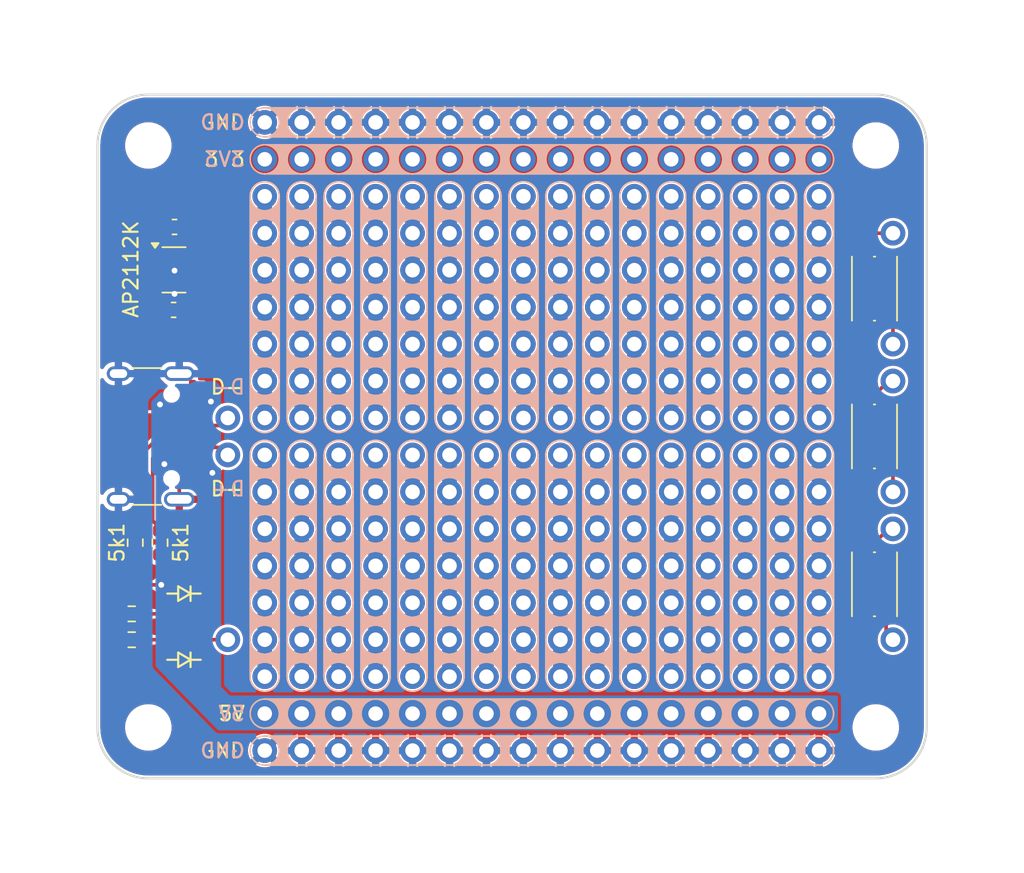
<source format=kicad_pcb>
(kicad_pcb (version 20240108) (generator "pcbnew") (generator_version "8.0")
  (layers (0 "F.Cu" signal) (31 "B.Cu" signal) (34 "B.Paste" user) (35 "F.Paste" user) (36 "B.SilkS" user "B.Silkscreen") (37 "F.SilkS" user "F.Silkscreen") (38 "B.Mask" user) (39 "F.Mask" user) (44 "Edge.Cuts" user))
  (net 0 "")
  (net 1 "GND")
  (net 2 "VCC")
  (net 3 "D+")
  (net 5 "D-")
  (net 6 "Net-(J1-CC2)")
  (net 7 "Net-(J1-CC1)")
  (net 9 "Net-(J6-Pin_1)")
  (net 10 "Net-(J7-Pin_1)")
  (net 11 "3V3")
  (net 12 "Net-(J8-Pin_1)")
  (net 13 "Net-(J9-Pin_1)")
  (net 14 "Net-(J10-Pin_1)")
  (net 15 "Net-(J11-Pin_1)")
  (net 16 "Net-(J12-Pin_1)")
  (net 17 "Net-(J13-Pin_1)")
  (net 18 "Net-(J14-Pin_1)")
  (net 19 "Net-(J15-Pin_1)")
  (net 20 "Net-(J16-Pin_1)")
  (net 21 "Net-(J17-Pin_1)")
  (net 22 "Net-(J18-Pin_1)")
  (net 23 "Net-(J19-Pin_1)")
  (net 24 "Net-(J20-Pin_1)")
  (net 25 "Net-(J21-Pin_1)")
  (net 26 "Net-(J22-Pin_1)")
  (net 27 "Net-(J23-Pin_1)")
  (net 28 "Net-(J24-Pin_1)")
  (net 29 "Net-(J25-Pin_1)")
  (net 30 "Net-(J26-Pin_1)")
  (net 31 "Net-(J27-Pin_1)")
  (net 32 "Net-(J28-Pin_1)")
  (net 33 "Net-(J29-Pin_1)")
  (net 34 "Net-(J30-Pin_1)")
  (net 35 "Net-(J31-Pin_1)")
  (net 36 "Net-(J32-Pin_1)")
  (net 37 "Net-(J33-Pin_1)")
  (net 38 "Net-(J34-Pin_1)")
  (net 39 "Net-(J35-Pin_1)")
  (net 40 "Net-(J36-Pin_1)")
  (net 41 "Net-(J37-Pin_1)")
  (net 43 "Net-(D1-K)")
  (net 44 "Net-(D1-A)")
  (net 45 "Net-(D2-A)")
  (net 46 "sw1_b")
  (net 47 "sw1_a")
  (net 48 "sw2_a")
  (net 49 "sw2_b")
  (net 50 "sw3_a")
  (net 51 "sw3_b")
  (footprint "MountingHole:MountingHole_2.7mm_M2.5" (layer "F.Cu") (at -8 20)
    (property "Reference" "REF**" (hide yes))
    (property "Value" "MountingHole_2.7mm_M2.5")
  )
  (footprint "MountingHole:MountingHole_2.7mm_M2.5" (layer "F.Cu") (at -8 -20)
    (property "Reference" "REF**" (hide yes))
    (property "Value" "MountingHole_2.7mm_M2.5")
  )
  (footprint "Library:PinHeader_1x07_P2.54mm_Vertical" (layer "F.Cu") (at 7.62 -16.51)
    (property "Reference" "J9" (hide yes))
    (property "Value" "Conn_01x07_Pin" (hide yes))
  )
  (footprint "MountingHole:MountingHole_2.7mm_M2.5" (layer "F.Cu") (at 42 20)
    (property "Reference" "REF**" (hide yes))
    (property "Value" "MountingHole_2.7mm_M2.5")
  )
  (footprint "Connector_USB:USB_C_Receptacle_HRO_TYPE-C-31-M-12" (layer "F.Cu") (at -9.005 0 -90)
    (property "Reference" "J1" (hide yes))
    (property "Value" "USB_C_Receptacle_USB2.0")
  )
  (footprint "Library:PinHeader_1x07_P2.54mm_Vertical" (layer "F.Cu") (at 33.02 -16.51)
    (property "Reference" "J19" (hide yes))
    (property "Value" "Conn_01x07_Pin" (hide yes))
  )
  (footprint "Library:PinHeader_1x07_P2.54mm_Vertical" (layer "F.Cu") (at 7.62 1.27)
    (property "Reference" "J25" (hide yes))
    (property "Value" "Conn_01x07_Pin" (hide yes))
  )
  (footprint "Library:PinHeader_1x07_P2.54mm_Vertical" (layer "F.Cu") (at 22.86 -16.51)
    (property "Reference" "J15" (hide yes))
    (property "Value" "Conn_01x07_Pin" (hide yes))
  )
  (footprint "Library:PinHeader_1x16_P2.54mm_Vertical" (layer "F.Cu") (at 0 -21.59 90)
    (property "Reference" "J4" (hide yes))
    (property "Value" "Conn_01x16_Pin")
  )
  (footprint "Library:PinHeader_1x07_P2.54mm_Vertical" (layer "F.Cu") (at 12.7 -16.51)
    (property "Reference" "J11" (hide yes))
    (property "Value" "Conn_01x07_Pin" (hide yes))
  )
  (footprint "Library:LED_0603_1608Metric_Pad1.05x0.95mm_HandSolder" (layer "F.Cu") (at -5.588 13.97 180)
    (property "Reference" "D1" (hide yes))
    (property "Value" "LED")
  )
  (footprint "Library:PinHeader_1x07_P2.54mm_Vertical" (layer "F.Cu") (at 35.56 1.27)
    (property "Reference" "J36" (hide yes))
    (property "Value" "Conn_01x07_Pin" (hide yes))
  )
  (footprint "Capacitor_SMD:C_0603_1608Metric" (layer "F.Cu") (at -6.2 -14.4 180)
    (property "Reference" "C2" (hide yes))
    (property "Value" "1uF")
  )
  (footprint "Library:PinHeader_1x07_P2.54mm_Vertical" (layer "F.Cu") (at 12.7 1.27)
    (property "Reference" "J27" (hide yes))
    (property "Value" "Conn_01x07_Pin" (hide yes))
  )
  (footprint "Library:PinHeader_1x16_P2.54mm_Vertical" (layer "F.Cu") (at 0 -19.05 90)
    (property "Reference" "J5" (hide yes))
    (property "Value" "Conn_01x16_Pin")
  )
  (footprint "Library:PinSocket_1x01_P2.54mm_Vertical" (layer "F.Cu") (at 43.18 13.97)
    (property "Reference" "J45" (hide yes))
    (property "Value" "Conn_01x01_Pin")
  )
  (footprint "Capacitor_SMD:C_0603_1608Metric" (layer "F.Cu") (at -6.2625 -8.7)
    (property "Reference" "C1" (hide yes))
    (property "Value" "1uF")
  )
  (footprint "Library:PinHeader_1x07_P2.54mm_Vertical" (layer "F.Cu") (at 2.54 1.27)
    (property "Reference" "J23" (hide yes))
    (property "Value" "Conn_01x07_Pin" (hide yes))
  )
  (footprint "Library:PinHeader_1x07_P2.54mm_Vertical" (layer "F.Cu") (at 35.56 -16.51)
    (property "Reference" "J20" (hide yes))
    (property "Value" "Conn_01x07_Pin" (hide yes))
  )
  (footprint "Library:PinHeader_1x07_P2.54mm_Vertical" (layer "F.Cu") (at 38.1 1.27)
    (property "Reference" "J37" (hide yes))
    (property "Value" "Conn_01x07_Pin" (hide yes))
  )
  (footprint "Library:PinHeader_1x07_P2.54mm_Vertical" (layer "F.Cu") (at 0 1.27)
    (property "Reference" "J22" (hide yes))
    (property "Value" "Conn_01x07_Pin" (hide yes))
  )
  (footprint "Library:PinSocket_1x01_P2.54mm_Vertical" (layer "F.Cu") (at 43.18 -3.81)
    (property "Reference" "J42" (hide yes))
    (property "Value" "Conn_01x01_Pin")
  )
  (footprint "Library:PinHeader_1x07_P2.54mm_Vertical" (layer "F.Cu") (at 5.08 1.27)
    (property "Reference" "J24" (hide yes))
    (property "Value" "Conn_01x07_Pin" (hide yes))
  )
  (footprint "Button_Switch_SMD:SW_Push_1P1T_NO_CK_KMR2" (layer "F.Cu") (at 41.91 0 90)
    (property "Reference" "SW2" (hide yes))
    (property "Value" "SW_SPST")
  )
  (footprint "Library:PinHeader_1x16_P2.54mm_Vertical" (layer "F.Cu") (at 0 21.59 90)
    (property "Reference" "J2" (hide yes))
    (property "Value" "Conn_01x16_Pin")
  )
  (footprint "Library:PinHeader_1x07_P2.54mm_Vertical" (layer "F.Cu") (at 20.32 -16.51)
    (property "Reference" "J14" (hide yes))
    (property "Value" "Conn_01x07_Pin" (hide yes))
  )
  (footprint "Library:PinHeader_1x07_P2.54mm_Vertical" (layer "F.Cu") (at 10.16 1.27)
    (property "Reference" "J26" (hide yes))
    (property "Value" "Conn_01x07_Pin" (hide yes))
  )
  (footprint "Library:PinHeader_1x07_P2.54mm_Vertical" (layer "F.Cu") (at 25.4 -16.51)
    (property "Reference" "J16" (hide yes))
    (property "Value" "Conn_01x07_Pin" (hide yes))
  )
  (footprint "Package_TO_SOT_SMD:SOT-23-5" (layer "F.Cu") (at -6.2375 -11.45)
    (property "Reference" "U2" (hide yes))
    (property "Value" "AP2112K-3.3")
  )
  (footprint "Library:PinHeader_1x07_P2.54mm_Vertical" (layer "F.Cu") (at 30.48 1.27)
    (property "Reference" "J34" (hide yes))
    (property "Value" "Conn_01x07_Pin" (hide yes))
  )
  (footprint "Library:PinSocket_1x01_P2.54mm_Vertical" (layer "F.Cu") (at 43.18 -6.35)
    (property "Reference" "J40" (hide yes))
    (property "Value" "Conn_01x01_Pin")
  )
  (footprint "Library:PinHeader_1x07_P2.54mm_Vertical" (layer "F.Cu") (at 17.78 1.27)
    (property "Reference" "J29" (hide yes))
    (property "Value" "Conn_01x07_Pin" (hide yes))
  )
  (footprint "Library:PinHeader_1x07_P2.54mm_Vertical" (layer "F.Cu") (at 10.16 -16.51)
    (property "Reference" "J10" (hide yes))
    (property "Value" "Conn_01x07_Pin" (hide yes))
  )
  (footprint "Library:PinSocket_1x01_P2.54mm_Vertical" (layer "F.Cu") (at 43.18 3.81)
    (property "Reference" "J43" (hide yes))
    (property "Value" "Conn_01x01_Pin")
  )
  (footprint "Library:PinHeader_1x07_P2.54mm_Vertical" (layer "F.Cu") (at 15.24 -16.51)
    (property "Reference" "J12" (hide yes))
    (property "Value" "Conn_01x07_Pin" (hide yes))
  )
  (footprint "Library:PinSocket_1x01_P2.54mm_Vertical" (layer "F.Cu") (at 43.18 -13.97)
    (property "Reference" "J41" (hide yes))
    (property "Value" "Conn_01x01_Pin")
  )
  (footprint "Library:PinHeader_1x07_P2.54mm_Vertical" (layer "F.Cu") (at 38.1 -16.51)
    (property "Reference" "J21" (hide yes))
    (property "Value" "Conn_01x07_Pin" (hide yes))
  )
  (footprint "Library:PinHeader_1x02_P2.54mm_Vertical" (layer "F.Cu") (at -2.54 1.27 180)
    (property "Reference" "J38" (hide yes))
    (property "Value" "Conn_01x02_Pin" (hide yes))
  )
  (footprint "Library:PinHeader_1x07_P2.54mm_Vertical" (layer "F.Cu") (at 27.94 1.27)
    (property "Reference" "J33" (hide yes))
    (property "Value" "Conn_01x07_Pin" (hide yes))
  )
  (footprint "Library:PinHeader_1x07_P2.54mm_Vertical" (layer "F.Cu") (at 15.24 1.27)
    (property "Reference" "J28" (hide yes))
    (property "Value" "Conn_01x07_Pin" (hide yes))
  )
  (footprint "Library:PinHeader_1x07_P2.54mm_Vertical" (layer "F.Cu") (at 5.08 -16.51)
    (property "Reference" "J8" (hide yes))
    (property "Value" "Conn_01x07_Pin" (hide yes))
  )
  (footprint "Library:PinHeader_1x07_P2.54mm_Vertical" (layer "F.Cu") (at 0 -16.51)
    (property "Reference" "J6" (hide yes))
    (property "Value" "Conn_01x07_Pin" (hide yes))
  )
  (footprint "Library:PinHeader_1x07_P2.54mm_Vertical" (layer "F.Cu") (at 20.32 1.27)
    (property "Reference" "J30" (hide yes))
    (property "Value" "Conn_01x07_Pin" (hide yes))
  )
  (footprint "Library:PinHeader_1x07_P2.54mm_Vertical" (layer "F.Cu") (at 25.4 1.27)
    (property "Reference" "J32" (hide yes))
    (property "Value" "Conn_01x07_Pin" (hide yes))
  )
  (footprint "Library:PinHeader_1x07_P2.54mm_Vertical" (layer "F.Cu") (at 2.54 -16.51)
    (property "Reference" "J7" (hide yes))
    (property "Value" "Conn_01x07_Pin" (hide yes))
  )
  (footprint "Library:PinHeader_1x07_P2.54mm_Vertical" (layer "F.Cu") (at 30.48 -16.51)
    (property "Reference" "J18" (hide yes))
    (property "Value" "Conn_01x07_Pin" (hide yes))
  )
  (footprint "Library:PinHeader_1x07_P2.54mm_Vertical" (layer "F.Cu") (at 22.86 1.27)
    (property "Reference" "J31" (hide yes))
    (property "Value" "Conn_01x07_Pin" (hide yes))
  )
  (footprint "Library:PinHeader_1x07_P2.54mm_Vertical" (layer "F.Cu") (at 17.78 -16.51)
    (property "Reference" "J13" (hide yes))
    (property "Value" "Conn_01x07_Pin" (hide yes))
  )
  (footprint "Library:PinHeader_1x07_P2.54mm_Vertical" (layer "F.Cu") (at 33.02 1.27)
    (property "Reference" "J35" (hide yes))
    (property "Value" "Conn_01x07_Pin" (hide yes))
  )
  (footprint "MountingHole:MountingHole_2.7mm_M2.5" (layer "F.Cu") (at 42 -20)
    (property "Reference" "REF**" (hide yes))
    (property "Value" "MountingHole_2.7mm_M2.5")
  )
  (footprint "Library:LED_0603_1608Metric_Pad1.05x0.95mm_HandSolder" (layer "F.Cu") (at -5.588 12.192 180)
    (property "Reference" "D2" (hide yes))
    (property "Value" "LED")
  )
  (footprint "Resistor_SMD:R_0603_1608Metric" (layer "F.Cu") (at -9.144 13.97 180)
    (property "Reference" "R3" (hide yes))
    (property "Value" "5k1")
  )
  (footprint "Resistor_SMD:R_0603_1608Metric" (layer "F.Cu") (at -9.144 12.192 180)
    (property "Reference" "R4" (hide yes))
    (property "Value" "56k" (hide yes))
  )
  (footprint "Resistor_SMD:R_0603_1608Metric" (layer "F.Cu") (at -7.2 7.3 90)
    (property "Reference" "R2" (hide yes))
    (property "Value" "5k1")
  )
  (footprint "Library:PinSocket_1x01_P2.54mm_Vertical" (layer "F.Cu") (at -2.54 13.97)
    (property "Reference" "J39" (hide yes))
    (property "Value" "Conn_01x01_Pin")
  )
  (footprint "Button_Switch_SMD:SW_Push_1P1T_NO_CK_KMR2" (layer "F.Cu") (at 41.91 -10.16 90)
    (property "Reference" "SW1" (hide yes))
    (property "Value" "SW_SPST")
  )
  (footprint "Button_Switch_SMD:SW_Push_1P1T_NO_CK_KMR2" (layer "F.Cu") (at 41.91 10.16 90)
    (property "Reference" "SW3" (hide yes))
    (property "Value" "SW_SPST")
  )
  (footprint "Library:PinHeader_1x16_P2.54mm_Vertical" (layer "F.Cu") (at 0 19.05 90)
    (property "Reference" "J3" (hide yes))
    (property "Value" "Conn_01x16_Pin")
  )
  (footprint "Library:PinSocket_1x01_P2.54mm_Vertical" (layer "F.Cu") (at 43.18 6.35)
    (property "Reference" "J44" (hide yes))
    (property "Value" "Conn_01x01_Pin")
  )
  (footprint "Resistor_SMD:R_0603_1608Metric" (layer "F.Cu") (at -8.9 7.3 90)
    (property "Reference" "R1" (hide yes))
    (property "Value" "5k1")
  )
  (footprint "Library:PinHeader_1x07_P2.54mm_Vertical" (layer "F.Cu") (at 27.94 -16.51)
    (property "Reference" "J17" (hide yes))
    (property "Value" "Conn_01x07_Pin" (hide yes))
  )
  (gr_line (start -5.1 15.35) (end -4.4 15.35) (stroke (width 0.15)) (layer "F.SilkS"))
  (gr_line (start -5.1 14.85) (end -5.1 15.85) (stroke (width 0.15)) (layer "F.SilkS"))
  (gr_line (start -5.1 10.8) (end -4.4 10.8) (stroke (width 0.15)) (layer "F.SilkS"))
  (gr_line (start -5.95 14.85) (end -5.1 15.35) (stroke (width 0.15)) (layer "F.SilkS"))
  (gr_line (start -5.95 10.3) (end -5.1 10.8) (stroke (width 0.15)) (layer "F.SilkS"))
  (gr_line (start -5.95 15.85) (end -5.95 14.85) (stroke (width 0.15)) (layer "F.SilkS"))
  (gr_line (start -5.95 10.8) (end -6.7 10.8) (stroke (width 0.15)) (layer "F.SilkS"))
  (gr_line (start -5.1 15.35) (end -5.95 15.85) (stroke (width 0.15)) (layer "F.SilkS"))
  (gr_line (start -5.95 11.3) (end -5.95 10.3) (stroke (width 0.15)) (layer "F.SilkS"))
  (gr_line (start -5.1 10.3) (end -5.1 11.3) (stroke (width 0.15)) (layer "F.SilkS"))
  (gr_line (start -5.1 10.8) (end -5.95 11.3) (stroke (width 0.15)) (layer "F.SilkS"))
  (gr_line (start -5.95 15.35) (end -6.7 15.35) (stroke (width 0.15)) (layer "F.SilkS"))
  (gr_arc (start 42 -23.5) (mid 44.474874 -22.474874) (end 45.5 -20) (stroke (width 0.15)) (layer "Edge.Cuts"))
  (gr_arc (start -11.5 -20) (mid -10.474874 -22.474874) (end -8 -23.5) (stroke (width 0.15)) (layer "Edge.Cuts"))
  (gr_line (start 45.5 20) (end 45.5 -20) (stroke (width 0.15)) (layer "Edge.Cuts"))
  (gr_arc (start 45.5 20) (mid 44.474874 22.474874) (end 42 23.5) (stroke (width 0.15)) (layer "Edge.Cuts"))
  (gr_line (start -11.5 -20) (end -11.5 20) (stroke (width 0.15)) (layer "Edge.Cuts"))
  (gr_line (start -8 23.5) (end 42 23.5) (stroke (width 0.15)) (layer "Edge.Cuts"))
  (gr_arc (start -8 23.5) (mid -10.474874 22.474874) (end -11.5 20) (stroke (width 0.15)) (layer "Edge.Cuts"))
  (gr_line (start 42 -23.5) (end -8 -23.5) (stroke (width 0.15)) (layer "Edge.Cuts"))
  (gr_text "3V3" (at -1.27 -19.05 0) (layer "B.SilkS") (effects (font (size 1 1)) (justify left mirror)))
  (gr_text "D+" (at -1.27 3.6 -0) (layer "B.SilkS") (effects (font (size 1 1)) (justify left mirror)))
  (gr_text "5V" (at -1.27 19.05 0) (layer "B.SilkS") (effects (font (size 1 1)) (justify left mirror)))
  (gr_text "GND" (at -1.27 -21.59 0) (layer "B.SilkS") (effects (font (size 1 1)) (justify left mirror)))
  (gr_text "D-" (at -1.27 -3.4 -0) (layer "B.SilkS") (effects (font (size 1 1)) (justify left mirror)))
  (gr_text "GND" (at -1.27 21.59 0) (layer "B.SilkS") (effects (font (size 1 1)) (justify left mirror)))
  (gr_text "D-" (at -3.81 -3.4 0) (layer "F.SilkS") (effects (font (size 1 1)) (justify left)))
  (gr_text "GND" (at -1.27 21.59 0) (layer "F.SilkS") (effects (font (size 1 1)) (justify right)))
  (gr_text "D+" (at -3.81 3.6 0) (layer "F.SilkS") (effects (font (size 1 1)) (justify left)))
  (gr_text "5V" (at -1.27 19.05 0) (layer "F.SilkS") (effects (font (size 1 1)) (justify right)))
  (gr_text "GND" (at -1.27 -21.59 0) (layer "F.SilkS") (effects (font (size 1 1)) (justify right)))
  (gr_text "3V3" (at -1.27 -19.05 0) (layer "F.SilkS") (effects (font (size 1 1)) (justify right)))
  (gr_text "AP2112K" (at -9.2 -11.5 90) (layer "F.SilkS") (effects (font (size 1 1))))
  (segment (start -7.375 -11.45) (end -6.25 -11.45) (width 0.25) (layer "F.Cu") (net 1))
  (segment (start -4.96 3.25) (end -5.65 3.25) (width 0.25) (layer "F.Cu") (net 1))
  (segment (start -5.65 3.25) (end -5.9 3.5) (width 0.25) (layer "F.Cu") (net 1))
  (segment (start -6.25 -11.45) (end -6.2 -11.4) (width 0.25) (layer "F.Cu") (net 1))
  (segment (start -5.9 3.5) (end -5.875 3.525) (width 0.25) (layer "F.Cu") (net 1))
  (segment (start -5.875 3.525) (end -5.875 4.32) (width 0.25) (layer "F.Cu") (net 1))
  (via (at -6.2 -11.4) (size 0.8) (drill 0.4) (layers "F.Cu" "B.Cu") (net 1))
  (via (at -6.2 -9.8) (size 0.8) (drill 0.4) (layers "F.Cu" "B.Cu") (net 1))
  (segment (start -3.6 2.5) (end -4.91 2.5) (width 0.5) (layer "F.Cu") (net 2))
  (segment (start -6.336396 1.9) (end -5.786396 2.45) (width 0.25) (layer "F.Cu") (net 2))
  (segment (start -10.0565 13.97) (end -10.0565 12.192) (width 0.25) (layer "F.Cu") (net 2))
  (segment (start -10.0565 11.5805) (end -10.0565 12.192) (width 0.25) (layer "F.Cu") (net 2))
  (segment (start -7.112 10.2) (end -8.676 10.2) (width 0.25) (layer "F.Cu") (net 2))
  (segment (start -5.786396 2.45) (end -4.96 2.45) (width 0.25) (layer "F.Cu") (net 2))
  (segment (start -3.75 -2.45) (end -4.96 -2.45) (width 0.25) (layer "F.Cu") (net 2))
  (segment (start -3.7 -2.4) (end -3.75 -2.45) (width 0.25) (layer "F.Cu") (net 2))
  (segment (start -4.91 2.5) (end -4.96 2.45) (width 0.5) (layer "F.Cu") (net 2))
  (segment (start -6.9 1.9) (end -6.336396 1.9) (width 0.25) (layer "F.Cu") (net 2))
  (segment (start -8.676 10.2) (end -10.0565 11.5805) (width 0.25) (layer "F.Cu") (net 2))
  (via (at -7.2 -2.2) (size 0.8) (drill 0.4) (layers "F.Cu" "B.Cu") (net 2))
  (via (at -7.112 10.2) (size 0.8) (drill 0.4) (layers "F.Cu" "B.Cu") (net 2))
  (via (at -3.7 -2.4) (size 0.8) (drill 0.4) (layers "F.Cu" "B.Cu") (net 2))
  (via (at -3.6 2.5) (size 0.8) (drill 0.4) (layers "F.Cu" "B.Cu") (net 2))
  (via (at -6.9 1.9) (size 0.8) (drill 0.4) (layers "F.Cu" "B.Cu") (net 2))
  (segment (start -5.985 0.75) (end -4.96 0.75) (width 0.25) (layer "F.Cu") (net 3))
  (segment (start -5.985 -0.25) (end -6.16 -0.075) (width 0.25) (layer "F.Cu") (net 3))
  (segment (start -6.16 -0.075) (end -6.16 0.575) (width 0.25) (layer "F.Cu") (net 3))
  (segment (start -6.16 0.575) (end -5.985 0.75) (width 0.25) (layer "F.Cu") (net 3))
  (segment (start -3.06 0.75) (end -4.96 0.75) (width 0.25) (layer "F.Cu") (net 3))
  (segment (start -2.54 1.27) (end -3.06 0.75) (width 0.25) (layer "F.Cu") (net 3))
  (segment (start -4.96 -0.25) (end -5.985 -0.25) (width 0.25) (layer "F.Cu") (net 3))
  (segment (start -3.76 -0.75) (end -4.96 -0.75) (width 0.25) (layer "F.Cu") (net 5))
  (segment (start -3.06 -0.75) (end -2.54 -1.27) (width 0.25) (layer "F.Cu") (net 5))
  (segment (start -4.96 0.25) (end -3.935 0.25) (width 0.25) (layer "F.Cu") (net 5))
  (segment (start -3.935 0.25) (end -3.76 0.075) (width 0.25) (layer "F.Cu") (net 5))
  (segment (start -3.76 -0.75) (end -3.06 -0.75) (width 0.25) (layer "F.Cu") (net 5))
  (segment (start -3.76 0.075) (end -3.76 -0.75) (width 0.25) (layer "F.Cu") (net 5))
  (segment (start -5.85 1.75) (end -6.6 1) (width 0.25) (layer "F.Cu") (net 6))
  (segment (start -7.7 1.5) (end -7.7 5.8) (width 0.25) (layer "F.Cu") (net 6))
  (segment (start -6.6 1) (end -7.2 1) (width 0.25) (layer "F.Cu") (net 6))
  (segment (start -7.7 5.8) (end -7.25 6.25) (width 0.25) (layer "F.Cu") (net 6))
  (segment (start -7.2 1) (end -7.7 1.5) (width 0.25) (layer "F.Cu") (net 6))
  (segment (start -4.96 1.75) (end -5.85 1.75) (width 0.25) (layer "F.Cu") (net 6))
  (segment (start -8.3 5.69) (end -8.3 1.065) (width 0.25) (layer "F.Cu") (net 7))
  (segment (start -5.985 -1.25) (end -4.96 -1.25) (width 0.25) (layer "F.Cu") (net 7))
  (segment (start -8.3 1.065) (end -5.985 -1.25) (width 0.25) (layer "F.Cu") (net 7))
  (segment (start -8.93 6.32) (end -8.3 5.69) (width 0.25) (layer "F.Cu") (net 7))
  (segment (start 0 -16.51) (end 0 -1.27) (width 1) (layer "F.Cu") (net 9))
  (segment (start 0 -1.27) (end 0 -13.97) (width 1) (layer "B.Cu") (net 9))
  (segment (start 0 -13.97) (end 0 -16.51) (width 1) (layer "B.Cu") (net 9))
  (segment (start 2.54 -16.51) (end 2.54 -1.27) (width 1) (layer "F.Cu") (net 10))
  (segment (start 2.54 -13.97) (end 2.54 -1.27) (width 1) (layer "B.Cu") (net 10))
  (segment (start 2.54 -16.51) (end 2.54 -13.97) (width 1) (layer "B.Cu") (net 10))
  (segment (start 5.08 -16.51) (end 5.08 -1.27) (width 1) (layer "F.Cu") (net 12))
  (segment (start 5.08 -16.51) (end 5.08 -13.97) (width 1) (layer "B.Cu") (net 12))
  (segment (start 5.08 -1.27) (end 5.08 -13.97) (width 1) (layer "B.Cu") (net 12))
  (segment (start 7.62 -16.51) (end 7.62 -1.27) (width 1) (layer "F.Cu") (net 13))
  (segment (start 7.62 -16.51) (end 7.62 -13.97) (width 1) (layer "B.Cu") (net 13))
  (segment (start 7.62 -13.97) (end 7.62 -1.27) (width 1) (layer "B.Cu") (net 13))
  (segment (start 10.16 -16.51) (end 10.16 -1.27) (width 1) (layer "F.Cu") (net 14))
  (segment (start 10.16 -13.97) (end 10.16 -1.27) (width 1) (layer "B.Cu") (net 14))
  (segment (start 10.16 -16.51) (end 10.16 -13.97) (width 1) (layer "B.Cu") (net 14))
  (segment (start 12.7 -16.51) (end 12.7 -1.27) (width 1) (layer "F.Cu") (net 15))
  (segment (start 12.7 -1.27) (end 12.7 -13.97) (width 1) (layer "B.Cu") (net 15))
  (segment (start 12.7 -13.97) (end 12.7 -16.51) (width 1) (layer "B.Cu") (net 15))
  (segment (start 15.24 -16.51) (end 15.24 -1.27) (width 1) (layer "F.Cu") (net 16))
  (segment (start 15.24 -16.51) (end 15.24 -13.97) (width 1) (layer "B.Cu") (net 16))
  (segment (start 15.24 -13.97) (end 15.24 -1.27) (width 1) (layer "B.Cu") (net 16))
  (segment (start 17.78 -16.51) (end 17.78 -1.27) (width 1) (layer "F.Cu") (net 17))
  (segment (start 17.78 -1.27) (end 17.78 -13.97) (width 1) (layer "B.Cu") (net 17))
  (segment (start 17.78 -13.97) (end 17.78 -16.51) (width 1) (layer "B.Cu") (net 17))
  (segment (start 20.32 -16.51) (end 20.32 -1.27) (width 1) (layer "F.Cu") (net 18))
  (segment (start 20.32 -16.51) (end 20.32 -13.97) (width 1) (layer "B.Cu") (net 18))
  (segment (start 20.32 -13.97) (end 20.32 -1.27) (width 1) (layer "B.Cu") (net 18))
  (segment (start 22.86 -16.51) (end 22.86 -1.27) (width 1) (layer "F.Cu") (net 19))
  (segment (start 22.86 -13.97) (end 22.86 -16.51) (width 1) (layer "B.Cu") (net 19))
  (segment (start 22.86 -1.27) (end 22.86 -13.97) (width 1) (layer "B.Cu") (net 19))
  (segment (start 25.4 -16.51) (end 25.4 -1.27) (width 1) (layer "F.Cu") (net 20))
  (segment (start 25.4 -13.97) (end 25.4 -1.27) (width 1) (layer "B.Cu") (net 20))
  (segment (start 25.4 -16.51) (end 25.4 -13.97) (width 1) (layer "B.Cu") (net 20))
  (segment (start 27.94 -16.51) (end 27.94 -1.27) (width 1) (layer "F.Cu") (net 21))
  (segment (start 27.94 -13.97) (end 27.94 -16.51) (width 1) (layer "B.Cu") (net 21))
  (segment (start 27.94 -1.27) (end 27.94 -13.97) (width 1) (layer "B.Cu") (net 21))
  (segment (start 30.48 -16.51) (end 30.48 -1.27) (width 1) (layer "F.Cu") (net 22))
  (segment (start 30.48 -16.51) (end 30.48 -13.97) (width 1) (layer "B.Cu") (net 22))
  (segment (start 30.48 -13.97) (end 30.48 -1.27) (width 1) (layer "B.Cu") (net 22))
  (segment (start 33.02 -16.51) (end 33.02 -1.27) (width 1) (layer "F.Cu") (net 23))
  (segment (start 33.02 -1.27) (end 33.02 -13.97) (width 1) (layer "B.Cu") (net 23))
  (segment (start 33.02 -13.97) (end 33.02 -16.51) (width 1) (layer "B.Cu") (net 23))
  (segment (start 35.56 -16.51) (end 35.56 -1.27) (width 1) (layer "F.Cu") (net 24))
  (segment (start 35.56 -16.51) (end 35.56 -13.97) (width 1) (layer "B.Cu") (net 24))
  (segment (start 35.56 -13.97) (end 35.56 -1.27) (width 1) (layer "B.Cu") (net 24))
  (segment (start 38.1 -16.51) (end 38.1 -1.27) (width 1) (layer "F.Cu") (net 25))
  (segment (start 38.1 -1.27) (end 38.1 -13.97) (width 1) (layer "B.Cu") (net 25))
  (segment (start 38.1 -13.97) (end 38.1 -16.51) (width 1) (layer "B.Cu") (net 25))
  (segment (start 0 1.27) (end 0 16.51) (width 1) (layer "F.Cu") (net 26))
  (segment (start 0 1.27) (end 0 3.81) (width 1) (layer "B.Cu") (net 26))
  (segment (start 0 3.81) (end 0 16.51) (width 1) (layer "B.Cu") (net 26))
  (segment (start 2.54 1.27) (end 2.54 16.51) (width 1) (layer "F.Cu") (net 27))
  (segment (start 2.54 13.97) (end 2.54 1.27) (width 1) (layer "B.Cu") (net 27))
  (segment (start 2.54 16.51) (end 2.54 13.97) (width 1) (layer "B.Cu") (net 27))
  (segment (start 5.08 1.27) (end 5.08 16.51) (width 1) (layer "F.Cu") (net 28))
  (segment (start 5.08 1.27) (end 5.08 3.81) (width 1) (layer "B.Cu") (net 28))
  (segment (start 5.08 3.81) (end 5.08 16.51) (width 1) (layer "B.Cu") (net 28))
  (segment (start 7.62 1.27) (end 7.62 16.51) (width 1) (layer "F.Cu") (net 29))
  (segment (start 7.62 1.27) (end 7.62 3.81) (width 1) (layer "B.Cu") (net 29))
  (segment (start 7.62 16.51) (end 7.62 3.81) (width 1) (layer "B.Cu") (net 29))
  (segment (start 10.16 1.27) (end 10.16 16.51) (width 1) (layer "F.Cu") (net 30))
  (segment (start 10.16 3.81) (end 10.16 16.51) (width 1) (layer "B.Cu") (net 30))
  (segment (start 10.16 1.27) (end 10.16 3.81) (width 1) (layer "B.Cu") (net 30))
  (segment (start 12.7 1.27) (end 12.7 16.51) (width 1) (layer "F.Cu") (net 31))
  (segment (start 12.7 3.81) (end 12.7 1.27) (width 1) (layer "B.Cu") (net 31))
  (segment (start 12.7 16.51) (end 12.7 3.81) (width 1) (layer "B.Cu") (net 31))
  (segment (start 15.24 1.27) (end 15.24 16.51) (width 1) (layer "F.Cu") (net 32))
  (segment (start 15.24 1.27) (end 15.24 3.81) (width 1) (layer "B.Cu") (net 32))
  (segment (start 15.24 3.81) (end 15.24 16.51) (width 1) (layer "B.Cu") (net 32))
  (segment (start 17.78 1.27) (end 17.78 16.51) (width 1) (layer "F.Cu") (net 33))
  (segment (start 17.78 16.51) (end 17.78 3.81) (width 1) (layer "B.Cu") (net 33))
  (segment (start 17.78 3.81) (end 17.78 1.27) (width 1) (layer "B.Cu") (net 33))
  (segment (start 20.32 1.27) (end 20.32 16.51) (width 1) (layer "F.Cu") (net 34))
  (segment (start 20.32 3.81) (end 20.32 16.51) (width 1) (layer "B.Cu") (net 34))
  (segment (start 20.32 1.27) (end 20.32 3.81) (width 1) (layer "B.Cu") (net 34))
  (segment (start 22.86 1.27) (end 22.86 16.51) (width 1) (layer "F.Cu") (net 35))
  (segment (start 22.86 3.81) (end 22.86 1.27) (width 1) (layer "B.Cu") (net 35))
  (segment (start 22.86 16.51) (end 22.86 3.81) (width 1) (layer "B.Cu") (net 35))
  (segment (start 25.4 1.27) (end 25.4 16.51) (width 1) (layer "F.Cu") (net 36))
  (segment (start 25.4 1.27) (end 25.4 3.81) (width 1) (layer "B.Cu") (net 36))
  (segment (start 25.4 3.81) (end 25.4 16.51) (width 1) (layer "B.Cu") (net 36))
  (segment (start 27.94 1.27) (end 27.94 16.51) (width 1) (layer "F.Cu") (net 37))
  (segment (start 27.94 3.81) (end 27.94 1.27) (width 1) (layer "B.Cu") (net 37))
  (segment (start 27.94 16.51) (end 27.94 3.81) (width 1) (layer "B.Cu") (net 37))
  (segment (start 30.48 1.27) (end 30.48 16.51) (width 1) (layer "F.Cu") (net 38))
  (segment (start 30.48 1.27) (end 30.48 3.81) (width 1) (layer "B.Cu") (net 38))
  (segment (start 30.48 3.81) (end 30.48 16.51) (width 1) (layer "B.Cu") (net 38))
  (segment (start 33.02 1.27) (end 33.02 16.51) (width 1) (layer "F.Cu") (net 39))
  (segment (start 33.02 3.81) (end 33.02 1.27) (width 1) (layer "B.Cu") (net 39))
  (segment (start 33.02 16.51) (end 33.02 3.81) (width 1) (layer "B.Cu") (net 39))
  (segment (start 35.56 1.27) (end 35.56 16.51) (width 1) (layer "F.Cu") (net 40))
  (segment (start 35.56 1.27) (end 35.56 3.81) (width 1) (layer "B.Cu") (net 40))
  (segment (start 35.56 3.81) (end 35.56 16.51) (width 1) (layer "B.Cu") (net 40))
  (segment (start 38.1 1.27) (end 38.1 16.51) (width 1) (layer "F.Cu") (net 41))
  (segment (start 38.1 16.51) (end 38.1 3.81) (width 1) (layer "B.Cu") (net 41))
  (segment (start 38.1 3.81) (end 38.1 1.27) (width 1) (layer "B.Cu") (net 41))
  (segment (start -4.713001 13.97) (end -2.54 13.97) (width 0.25) (layer "F.Cu") (net 43))
  (segment (start -8.2315 13.97) (end -6.462999 13.97) (width 0.25) (layer "F.Cu") (net 44))
  (segment (start -6.462999 12.192) (end -8.2315 12.192) (width 0.25) (layer "F.Cu") (net 45))
  (segment (start 43.18 -7.640001) (end 42.71 -8.110001) (width 0.25) (layer "F.Cu") (net 46))
  (segment (start 42.71 -12.209999) (end 42.71 -8.110001) (width 0.25) (layer "F.Cu") (net 46))
  (segment (start 43.18 -6.35) (end 43.18 -7.640001) (width 0.25) (layer "F.Cu") (net 46))
  (segment (start 41.11 -12.209999) (end 41.11 -13.17) (width 0.25) (layer "F.Cu") (net 47))
  (segment (start 41.11 -12.209999) (end 41.11 -8.110001) (width 0.25) (layer "F.Cu") (net 47))
  (segment (start 41.91 -13.97) (end 43.18 -13.97) (width 0.25) (layer "F.Cu") (net 47))
  (segment (start 41.11 -13.17) (end 41.91 -13.97) (width 0.25) (layer "F.Cu") (net 47))
  (segment (start 42.870001 -3.81) (end 43.18 -3.81) (width 0.25) (layer "F.Cu") (net 48))
  (segment (start 41.11 -2.049999) (end 42.870001 -3.81) (width 0.25) (layer "F.Cu") (net 48))
  (segment (start 41.11 -2.049999) (end 41.11 2.049999) (width 0.25) (layer "F.Cu") (net 48))
  (segment (start 43.18 3.81) (end 43.18 2.519999) (width 0.25) (layer "F.Cu") (net 49))
  (segment (start 42.71 2.049999) (end 42.71 -2.049999) (width 0.25) (layer "F.Cu") (net 49))
  (segment (start 43.18 2.519999) (end 42.71 2.049999) (width 0.25) (layer "F.Cu") (net 49))
  (segment (start 43.18 6.35) (end 42.870001 6.35) (width 0.25) (layer "F.Cu") (net 50))
  (segment (start 42.870001 6.35) (end 41.11 8.110001) (width 0.25) (layer "F.Cu") (net 50))
  (segment (start 41.11 8.110001) (end 41.11 12.209999) (width 0.25) (layer "F.Cu") (net 50))
  (segment (start 42.71 12.209999) (end 42.71 13.5) (width 0.25) (layer "F.Cu") (net 51))
  (segment (start 42.71 8.110001) (end 42.71 12.209999) (width 0.25) (layer "F.Cu") (net 51))
  (segment (start 42.71 13.5) (end 43.18 13.97) (width 0.25) (layer "F.Cu") (net 51))
  (zone (net 11) (net_name "3V3") (layer "F.Cu") (priority 2) (connect_pads yes (clearance 0.2)) (min_thickness 0.25) (fill yes (thermal_gap 0.5) (thermal_bridge_width 0.5))
    (polygon (pts (xy -1.3 -20.3) (xy 39.3 -20.3) (xy 39.3 -18) (xy -1 -18.1) (xy -4 -15.1) (xy -4 -12) (xy -4.1 -11.9) (xy -5.8 -11.9) (xy -6 -12.1) (xy -6 -15.6)))
  )
  (zone (net 2) (net_name "VCC") (layer "F.Cu") (priority 1) (connect_pads (clearance 0.2)) (min_thickness 0.25) (fill yes (thermal_gap 0.5) (thermal_bridge_width 0.5))
    (polygon (pts (xy -6.8 -10) (xy -6.5 -10.3) (xy -6.5 -10.8) (xy -6.7 -11) (xy -8.2 -11) (xy -8.4 -11.2) (xy -8.4 -11.9) (xy -8.2 -12.1) (xy -6.7 -12.1) (xy -6.6 -12.2) (xy -6.6 -12.6) (xy -6.8 -12.8) (xy -8.7 -12.8) (xy -9.2 -12.3) (xy -9.2 -5.7) (xy -8.7 -5.2) (xy -8.7 -2.7) (xy -8.1 -1.8) (xy -3.9 -1.8) (xy -3.3 -2.4) (xy -3.3 -2.7) (xy -3.5 -2.8) (xy -6 -2.8) (xy -7.2 -4) (xy -7.2 -5.2) (xy -6.3 -5.8) (xy -6.3 -9.1) (xy -6.8 -9.6)))
  )
  (zone (net 1) (net_name "GND") (layers "F&B.Cu") (connect_pads (clearance 0.2)) (min_thickness 0.25) (fill yes (thermal_gap 0.3) (thermal_bridge_width 0.5))
    (polygon (pts (xy -15.08 -30) (xy 49.92 -30) (xy 49.92 30) (xy -15.08 30)))
  )
  (zone (net 2) (net_name "VCC") (layer "B.Cu") (priority 3) (connect_pads yes (clearance 0.2)) (min_thickness 0.25) (fill yes (thermal_gap 0.5) (thermal_bridge_width 0.5))
    (polygon (pts (xy -7.8 -2.4) (xy -6.4 -3.8) (xy -3.4 -3.8) (xy -3 -3.4) (xy -3 17.2) (xy -2.4 17.8) (xy 39 17.8) (xy 39.4 17.8) (xy 39.4 20.2) (xy 39 20.2) (xy -3.2 20.2) (xy -7.503993 15.804875) (xy -7.508167 2.691833) (xy -7.8 2.4)))
  )
)
</source>
